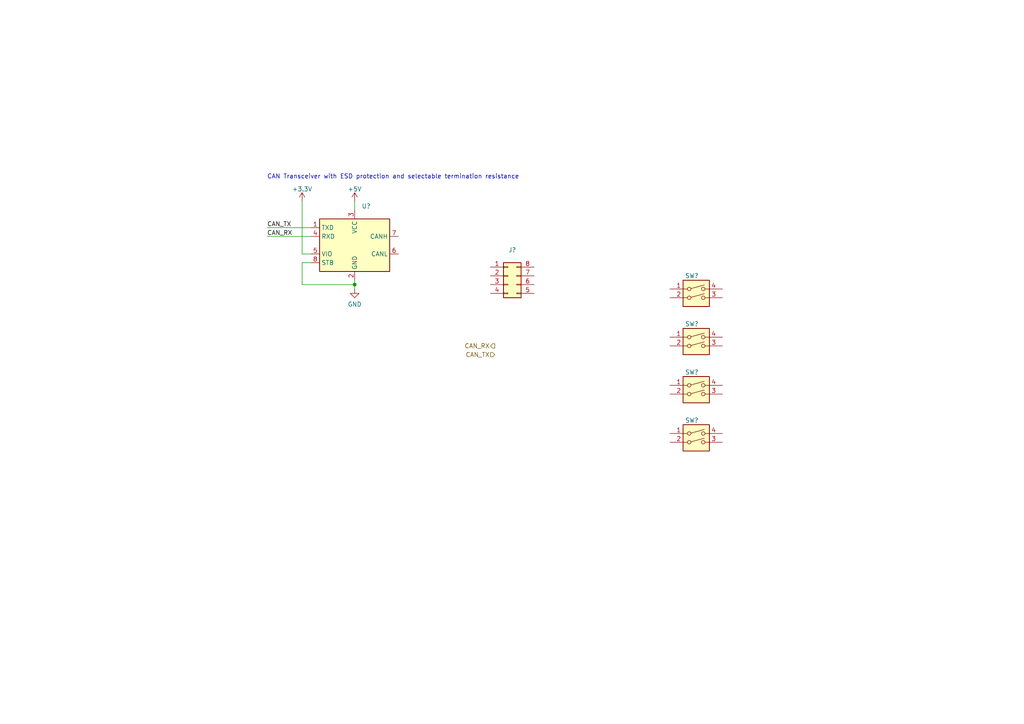
<source format=kicad_sch>
(kicad_sch (version 20211123) (generator eeschema)
  (paper "A4")
  (lib_symbols
    (symbol "Connector_Generic:Conn_02x04_Counter_Clockwise" (pin_names (offset 1.016) hide)
      (property "Reference" "J" (at 1.27 5.08 0))
      (property "Value" "Conn_02x04_Counter_Clockwise" (at 1.27 -7.62 0))
      (symbol "Conn_02x04_Counter_Clockwise_1_1"
        (rectangle (start -1.27 -4.953) (end 0 -5.207) (stroke (width 0.1524)))
        (rectangle (start -1.27 -2.413) (end 0 -2.667) (stroke (width 0.1524)))
        (rectangle (start -1.27 0.127) (end 0 -0.127) (stroke (width 0.1524)))
        (rectangle (start -1.27 2.667) (end 0 2.413) (stroke (width 0.1524)))
        (rectangle (start -1.27 3.81) (end 3.81 -6.35) (stroke (width 0.254)) (fill (type background)))
        (rectangle (start 3.81 -4.953) (end 2.54 -5.207) (stroke (width 0.1524)))
        (rectangle (start 3.81 -2.413) (end 2.54 -2.667) (stroke (width 0.1524)))
        (rectangle (start 3.81 0.127) (end 2.54 -0.127) (stroke (width 0.1524)))
        (rectangle (start 3.81 2.667) (end 2.54 2.413) (stroke (width 0.1524)))
        (pin passive line (at -5.08 2.54 0) (length 3.81) (name "Pin_1") (number "1"))
        (pin passive line (at -5.08 0 0) (length 3.81) (name "Pin_2") (number "2"))
        (pin passive line (at -5.08 -2.54 0) (length 3.81) (name "Pin_3") (number "3"))
        (pin passive line (at -5.08 -5.08 0) (length 3.81) (name "Pin_4") (number "4"))
        (pin passive line (at 7.62 -5.08 180) (length 3.81) (name "Pin_5") (number "5"))
        (pin passive line (at 7.62 -2.54 180) (length 3.81) (name "Pin_6") (number "6"))
        (pin passive line (at 7.62 0 180) (length 3.81) (name "Pin_7") (number "7"))
        (pin passive line (at 7.62 2.54 180) (length 3.81) (name "Pin_8") (number "8"))
      )
    )
    (symbol "Interface_CAN_LIN:TJA1042T-3"
      (property "Reference" "U" (at -10.16 8.89 0))
      (property "Value" "TJA1042T-3" (at 1.27 8.89 0))
      (symbol "TJA1042T-3_0_1"
        (rectangle (start -10.16 7.62) (end 10.16 -7.62) (stroke (width 0.254)) (fill (type background)))
      )
      (symbol "TJA1042T-3_1_1"
        (pin input line (at -12.7 5.08 0) (length 2.54) (name "TXD") (number "1"))
        (pin power_in line (at 0 -10.16 90) (length 2.54) (name "GND") (number "2"))
        (pin power_in line (at 0 10.16 270) (length 2.54) (name "VCC") (number "3"))
        (pin output line (at -12.7 2.54 0) (length 2.54) (name "RXD") (number "4"))
        (pin power_in line (at -12.7 -2.54 0) (length 2.54) (name "VIO") (number "5"))
        (pin bidirectional line (at 12.7 -2.54 180) (length 2.54) (name "CANL") (number "6"))
        (pin bidirectional line (at 12.7 2.54 180) (length 2.54) (name "CANH") (number "7"))
        (pin input line (at -12.7 -5.08 0) (length 2.54) (name "STB") (number "8"))
      )
    )
    (symbol "Switch:SW_DIP_x02" (pin_names (offset 0) hide)
      (property "Reference" "SW" (at 0 6.35 0))
      (property "Value" "SW_DIP_x02" (at 0 -3.81 0))
      (symbol "SW_DIP_x02_0_0"
        (circle (center -2.032 0) (radius 0.508))
        (circle (center -2.032 2.54) (radius 0.508))
        (polyline (pts (xy -1.524 0.127) (xy 2.3622 1.1684)))
        (polyline (pts (xy -1.524 2.667) (xy 2.3622 3.7084)))
        (circle (center 2.032 0) (radius 0.508))
        (circle (center 2.032 2.54) (radius 0.508))
      )
      (symbol "SW_DIP_x02_0_1"
        (rectangle (start -3.81 5.08) (end 3.81 -2.54) (stroke (width 0.254)) (fill (type background)))
      )
      (symbol "SW_DIP_x02_1_1"
        (pin passive line (at -7.62 2.54 0) (length 5.08) (name "~") (number "1"))
        (pin passive line (at -7.62 0 0) (length 5.08) (name "~") (number "2"))
        (pin passive line (at 7.62 0 180) (length 5.08) (name "~") (number "3"))
        (pin passive line (at 7.62 2.54 180) (length 5.08) (name "~") (number "4"))
      )
    )
    (symbol "power:+3.3V" (power) (pin_numbers hide) (pin_names (offset 0) hide)
      (property "Value" "+3.3V" (at 0 3.556 0))
      (symbol "+3.3V_0_1"
        (polyline (pts (xy -0.762 1.27) (xy 0 2.54)))
        (polyline (pts (xy 0 0) (xy 0 2.54)))
        (polyline (pts (xy 0 2.54) (xy 0.762 1.27)))
      )
      (symbol "+3.3V_1_1"
        (pin power_in line (at 0 0 90) (length 0) hide (name "+3.3V") (number "1"))
      )
    )
    (symbol "power:+5V" (power) (pin_numbers hide) (pin_names (offset 0) hide)
      (property "Value" "+5V" (at 0 3.556 0))
      (symbol "+5V_0_1"
        (polyline (pts (xy -0.762 1.27) (xy 0 2.54)))
        (polyline (pts (xy 0 0) (xy 0 2.54)))
        (polyline (pts (xy 0 2.54) (xy 0.762 1.27)))
      )
      (symbol "+5V_1_1"
        (pin power_in line (at 0 0 90) (length 0) hide (name "+5V") (number "1"))
      )
    )
    (symbol "power:GND" (power) (pin_numbers hide) (pin_names (offset 0) hide)
      (property "Value" "GND" (at 0 -3.81 0))
      (symbol "GND_0_1"
        (polyline (pts (xy 0 0) (xy 0 -1.27) (xy 1.27 -1.27) (xy 0 -2.54) (xy -1.27 -1.27) (xy 0 -1.27)))
      )
      (symbol "GND_1_1"
        (pin power_in line (at 0 0 270) (length 0) hide (name "GND") (number "1"))
      )
    )
  )
  (junction (at 102.87 82.55))
  (wire (pts (xy 87.63 58.42) (xy 87.63 73.66)))
  (wire (pts (xy 90.17 73.66) (xy 87.63 73.66)))
  (wire (pts (xy 102.87 83.82) (xy 102.87 82.55)))
  (wire (pts (xy 87.63 76.2) (xy 87.63 82.55)))
  (wire (pts (xy 102.87 82.55) (xy 102.87 81.28)))
  (wire (pts (xy 87.63 82.55) (xy 102.87 82.55)))
  (wire (pts (xy 77.47 68.58) (xy 90.17 68.58)))
  (wire (pts (xy 90.17 76.2) (xy 87.63 76.2)))
  (wire (pts (xy 102.87 58.42) (xy 102.87 60.96)))
  (wire (pts (xy 77.47 66.04) (xy 90.17 66.04)))
  (text "CAN Transceiver with ESD protection and selectable termination resistance" (at 77.47 52.07 0) (effects (font (size 1.27 1.27)) (justify left bottom)))
  (label "CAN_TX" (at 77.47 66.04 0))
  (label "CAN_RX" (at 77.47 68.58 0))
  (hierarchical_label "CAN_TX" (shape input) (at 143.51 102.87 180))
  (hierarchical_label "CAN_RX" (shape output) (at 143.51 100.33 180))
  (symbol (lib_id "Connector_Generic:Conn_02x04_Counter_Clockwise") (at 147.32 80.01 0) (unit 1)
    (property "Reference" "J?" (at 148.59 72.5002 0))
    (property "Value" "Conn_02x04_Counter_Clockwise" (effects hide))
  )
  (symbol (lib_id "power:GND") (at 102.87 83.82 0) (unit 1)
    (property "Reference" "#PWR?" (effects hide))
  )
  (symbol (lib_id "Switch:SW_DIP_x02") (at 201.93 128.27 0) (unit 1)
    (property "Reference" "SW?" (at 200.66 121.92 0))
  )
  (symbol (lib_id "Switch:SW_DIP_x02") (at 201.93 114.3 0) (unit 1)
    (property "Reference" "SW?" (at 200.66 107.95 0))
  )
  (symbol (lib_id "Switch:SW_DIP_x02") (at 201.93 86.36 0) (unit 1)
    (property "Reference" "SW?" (at 200.66 80.01 0))
  )
  (symbol (lib_id "power:+5V") (at 102.87 58.42 0) (unit 1)
    (property "Reference" "#PWR?" (effects hide))
  )
  (symbol (lib_id "Interface_CAN_LIN:TJA1042T-3") (at 102.87 71.12 0) (unit 1)
    (property "Reference" "U?" (at 104.8894 59.8002 0) (effects (justify left)))
    (property "Datasheet" "http://www.nxp.com/documents/data_sheet/TJA1042.pdf" (effects hide))
  )
  (symbol (lib_id "power:+3.3V") (at 87.63 58.42 0) (unit 1)
    (property "Reference" "#PWR?" (effects hide))
  )
  (symbol (lib_id "Switch:SW_DIP_x02") (at 201.93 100.33 0) (unit 1)
    (property "Reference" "SW?" (at 200.66 93.98 0))
  )
)
</source>
